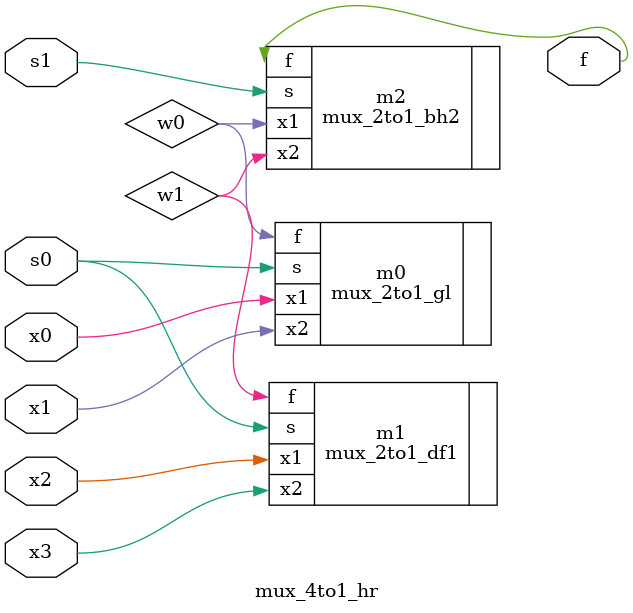
<source format=v>
`timescale 1ps / 1ps

/*Hossam Ahmed Seyam*/
/*This code is illustrating How to design 4*1 mux using Hierarchical modeling */

module mux_4to1_hr(x0, x1, x2, x3, s0, s1, f);

	input wire x0, x1, x2, x3, s0, s1;					// x0,x1,x2,x3 are mux inputs , s0,s1 is the selectors of the 4*1 mux
	output wire f;										//mux output
	
	wire w0, w1;										//Declare the internal signals

	// First 2*1 mux to select between x0 and x1 based on selector s0
	mux_2to1_gl  m0(.x1(x0), .x2(x1), .s(s0), .f(w0));
	
	// Second 2*1 mux to select between x2 and x3 based on selector s0
	mux_2to1_df1 m1(.x1(x2), .x2(x3), .s(s0), .f(w1));
	
	// Third 2*1 mux to select between w0 and w1 based on selector s1, giving final output f
	mux_2to1_bh2 m2(.x1(w0), .x2(w1), .s(s1), .f(f));
	
endmodule


</source>
